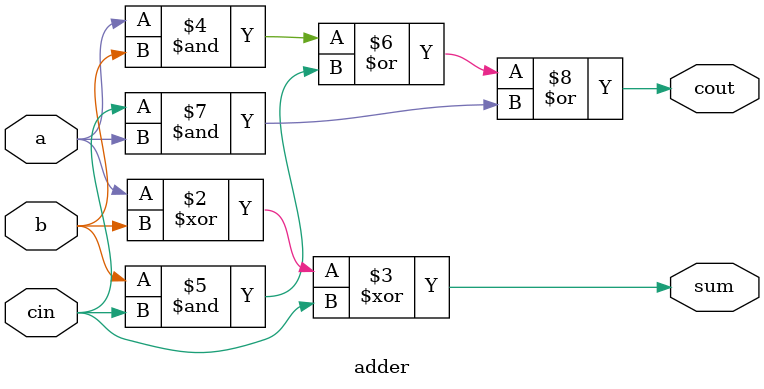
<source format=v>
`timescale 1ns / 1ps

module rca16bit(
input [15:0] a,
input [15:0] b,
input cin,
output [15:0] sum,
output cout,overflow);
wire m0,m1,m2,m3,m4,m5,m6,m7,m8,m9,m10,m11,m12,m13,m14;
adder ad0(.a(a[0]),.b(b[0]),.cin(cin),.sum(sum[0]),.cout(m0));
adder ad1(.a(a[1]),.b(b[1]),.cin(m0),.sum(sum[1]),.cout(m1));
adder ad2(.a(a[2]),.b(b[2]),.cin(m1),.sum(sum[2]),.cout(m2));
adder ad3(.a(a[3]),.b(b[3]),.cin(m2),.sum(sum[3]),.cout(m3));
adder ad4(.a(a[4]),.b(b[4]),.cin(m3),.sum(sum[4]),.cout(m4));
adder ad5(.a(a[5]),.b(b[5]),.cin(m4),.sum(sum[5]),.cout(m5));
adder ad6(.a(a[6]),.b(b[6]),.cin(m5),.sum(sum[6]),.cout(m6));
adder ad7(.a(a[7]),.b(b[7]),.cin(m6),.sum(sum[7]),.cout(m7));
adder ad8(.a(a[8]),.b(b[8]),.cin(m7),.sum(sum[8]),.cout(m8));
adder ad9(.a(a[9]),.b(b[9]),.cin(m8),.sum(sum[9]),.cout(m9));
adder ad10(.a(a[10]),.b(b[10]),.cin(m9),.sum(sum[10]),.cout(m10));
adder ad11(.a(a[11]),.b(b[11]),.cin(m10),.sum(sum[11]),.cout(m11));
adder ad12(.a(a[12]),.b(b[12]),.cin(m11),.sum(sum[12]),.cout(m12));
adder ad13(.a(a[13]),.b(b[13]),.cin(m12),.sum(sum[13]),.cout(m13));
adder ad14(.a(a[14]),.b(b[14]),.cin(m13),.sum(sum[14]),.cout(m14));
adder ad15(.a(a[15]),.b(b[15]),.cin(m14),.sum(sum[15]),.cout(cout));
 assign overflow = cout ^ m14;

endmodule

module adder(
input a,b,cin,
output reg cout,sum);
always@(*) begin
sum = a^b^cin;
cout = (a&b | b&cin | cin&a) ;
end

endmodule

</source>
